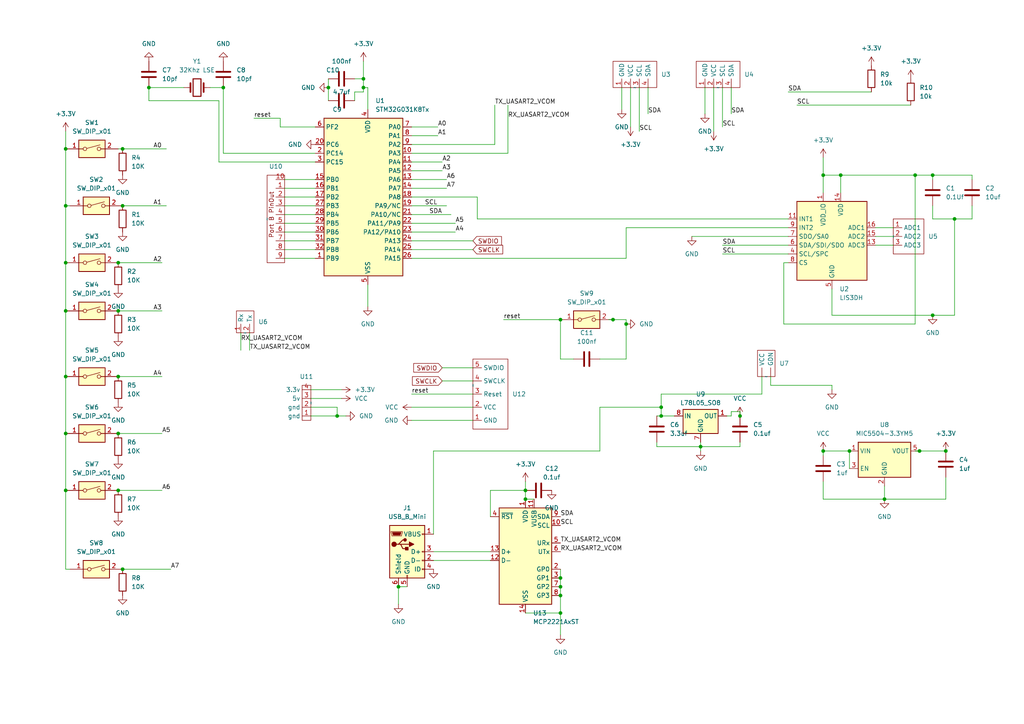
<source format=kicad_sch>
(kicad_sch (version 20230121) (generator eeschema)
  (paper "A4")
  (title_block (title "STM32 Firsst Board") (date "2024-02-26") (rev "0.0.1") (company "NAIT") (comment 1 "Brandon Carpenter"))
  (lib_symbols
    (symbol "Connector:USB_B_Mini" (pin_names (offset 1.016))
      (property "Reference" "J" (at -5.08 11.43 0))
      (property "Value" "USB_B_Mini" (at -5.08 8.89 0))
      (symbol "USB_B_Mini_0_1"
        (rectangle (start -5.08 -7.62) (end 5.08 7.62) (stroke (width 0.254)) (fill (type background)))
        (circle (center -3.81 2.159) (radius 0.635) (stroke (width 0.254)) (fill (type outline)))
        (circle (center -0.635 3.429) (radius 0.381) (stroke (width 0.254)) (fill (type outline)))
        (rectangle (start -0.127 -7.62) (end 0.127 -6.858))
        (polyline (pts (xy -1.905 2.159) (xy 0.635 2.159)) (stroke (width 0.254)))
        (polyline (pts (xy -3.175 2.159) (xy -2.54 2.159) (xy -1.27 3.429) (xy -0.635 3.429)) (stroke (width 0.254)))
        (polyline (pts (xy -2.54 2.159) (xy -1.905 2.159) (xy -1.27 0.889) (xy 0 0.889)) (stroke (width 0.254)))
        (polyline (pts (xy 0.635 2.794) (xy 0.635 1.524) (xy 1.905 2.159) (xy 0.635 2.794)) (stroke (width 0.254)) (fill (type outline)))
        (polyline (pts (xy -4.318 5.588) (xy -1.778 5.588) (xy -2.032 4.826) (xy -4.064 4.826) (xy -4.318 5.588)) (fill (type outline)))
        (polyline (pts (xy -4.699 5.842) (xy -4.699 5.588) (xy -4.445 4.826) (xy -4.445 4.572) (xy -1.651 4.572) (xy -1.651 4.826) (xy -1.397 5.588) (xy -1.397 5.842) (xy -4.699 5.842)))
        (rectangle (start 0.254 1.27) (end -0.508 0.508) (stroke (width 0.254)) (fill (type outline)))
        (rectangle (start 5.08 -5.207) (end 4.318 -4.953))
        (rectangle (start 5.08 -2.667) (end 4.318 -2.413))
        (rectangle (start 5.08 -0.127) (end 4.318 0.127))
        (rectangle (start 5.08 4.953) (end 4.318 5.207))
      )
      (symbol "USB_B_Mini_1_1"
        (pin power_out line (at 7.62 5.08 180) (length 2.54) (name "VBUS") (number "1"))
        (pin bidirectional line (at 7.62 -2.54 180) (length 2.54) (name "D-") (number "2"))
        (pin bidirectional line (at 7.62 0 180) (length 2.54) (name "D+") (number "3"))
        (pin passive line (at 7.62 -5.08 180) (length 2.54) (name "ID") (number "4"))
        (pin power_out line (at 0 -10.16 90) (length 2.54) (name "GND") (number "5"))
        (pin passive line (at -2.54 -10.16 90) (length 2.54) (name "Shield") (number "6"))
      )
    )
    (symbol "Device:C" (pin_numbers hide) (pin_names (offset 0.254))
      (property "Reference" "C" (at 0.635 2.54 0))
      (property "Value" "C" (at 0.635 -2.54 0))
      (symbol "C_0_1"
        (polyline (pts (xy -2.032 -0.762) (xy 2.032 -0.762)) (stroke (width 0.508)))
        (polyline (pts (xy -2.032 0.762) (xy 2.032 0.762)) (stroke (width 0.508)))
      )
      (symbol "C_1_1"
        (pin passive line (at 0 3.81 270) (length 2.794) (name "~") (number "1"))
        (pin passive line (at 0 -3.81 90) (length 2.794) (name "~") (number "2"))
      )
    )
    (symbol "Device:Crystal" (pin_numbers hide) (pin_names (offset 1.016) hide)
      (property "Reference" "Y" (at 0 3.81 0))
      (property "Value" "Crystal" (at 0 -3.81 0))
      (symbol "Crystal_0_1"
        (rectangle (start -1.143 2.54) (end 1.143 -2.54) (stroke (width 0.3048)))
        (polyline (pts (xy -2.54 0) (xy -1.905 0)))
        (polyline (pts (xy -1.905 -1.27) (xy -1.905 1.27)) (stroke (width 0.508)))
        (polyline (pts (xy 1.905 -1.27) (xy 1.905 1.27)) (stroke (width 0.508)))
        (polyline (pts (xy 2.54 0) (xy 1.905 0)))
      )
      (symbol "Crystal_1_1"
        (pin passive line (at -3.81 0 0) (length 1.27) (name "1") (number "1"))
        (pin passive line (at 3.81 0 180) (length 1.27) (name "2") (number "2"))
      )
    )
    (symbol "Device:R" (pin_numbers hide) (pin_names (offset 0))
      (property "Reference" "R" (at 2.032 0 90))
      (property "Value" "R" (at 0 0 90))
      (symbol "R_0_1"
        (rectangle (start -1.016 -2.54) (end 1.016 2.54) (stroke (width 0.254)))
      )
      (symbol "R_1_1"
        (pin passive line (at 0 3.81 270) (length 1.27) (name "~") (number "1"))
        (pin passive line (at 0 -3.81 90) (length 1.27) (name "~") (number "2"))
      )
    )
    (symbol "I2C_4_Pin_THT_PORT_1" (in_bom no)
      (property "Reference" "U" (at 0 0 0))
      (symbol "I2C_4_Pin_THT_PORT_1_0_1"
        (rectangle (start -6.35 7.62) (end 6.35 0))
      )
      (symbol "I2C_4_Pin_THT_PORT_1_1_1"
        (pin input line (at -3.81 0 90) (length 2.54) (name "GND") (number "1"))
        (pin input line (at -1.27 0 90) (length 2.54) (name "VCC") (number "2"))
        (pin input line (at 1.27 0 90) (length 2.54) (name "SCL") (number "3"))
        (pin input line (at 3.81 0 90) (length 2.54) (name "SDA") (number "4"))
      )
    )
    (symbol "Interface_USB:MCP2221AxST"
      (property "Reference" "U" (at -7.62 16.51 0))
      (property "Value" "MCP2221AxST" (at 12.7 16.51 0))
      (symbol "MCP2221AxST_0_1"
        (rectangle (start -7.62 15.24) (end 7.62 -12.7) (stroke (width 0.254)) (fill (type background)))
      )
      (symbol "MCP2221AxST_1_1"
        (pin power_in line (at 0 17.78 270) (length 2.54) (name "VDD") (number "1"))
        (pin bidirectional line (at 10.16 10.16 180) (length 2.54) (name "SCL") (number "10"))
        (pin passive line (at 2.54 17.78 270) (length 2.54) (name "VUSB") (number "11"))
        (pin bidirectional line (at -10.16 0 0) (length 2.54) (name "D-") (number "12"))
        (pin bidirectional line (at -10.16 2.54 0) (length 2.54) (name "D+") (number "13"))
        (pin power_in line (at 0 -15.24 90) (length 2.54) (name "VSS") (number "14"))
        (pin bidirectional line (at 10.16 -2.54 180) (length 2.54) (name "GP0") (number "2"))
        (pin bidirectional line (at 10.16 -5.08 180) (length 2.54) (name "GP1") (number "3"))
        (pin input line (at -10.16 12.7 0) (length 2.54) (name "~{RST}") (number "4"))
        (pin input line (at 10.16 5.08 180) (length 2.54) (name "URx") (number "5"))
        (pin output line (at 10.16 2.54 180) (length 2.54) (name "UTx") (number "6"))
        (pin bidirectional line (at 10.16 -7.62 180) (length 2.54) (name "GP2") (number "7"))
        (pin bidirectional line (at 10.16 -10.16 180) (length 2.54) (name "GP3") (number "8"))
        (pin bidirectional line (at 10.16 12.7 180) (length 2.54) (name "SDA") (number "9"))
      )
    )
    (symbol "MCU_ST_STM32G0:STM32G031K8Tx"
      (property "Reference" "U" (at -10.16 24.13 0))
      (property "Value" "STM32G031K8Tx" (at 5.08 24.13 0))
      (symbol "STM32G031K8Tx_0_1"
        (rectangle (start -10.16 -22.86) (end 12.7 22.86) (stroke (width 0.254)) (fill (type background)))
      )
      (symbol "STM32G031K8Tx_1_1"
        (pin bidirectional line (at -12.7 -17.78 0) (length 2.54) (name "PB9") (number "1"))
        (pin bidirectional line (at 15.24 12.7 180) (length 2.54) (name "PA3") (number "10"))
        (pin bidirectional line (at 15.24 10.16 180) (length 2.54) (name "PA4") (number "11"))
        (pin bidirectional line (at 15.24 7.62 180) (length 2.54) (name "PA5") (number "12"))
        (pin bidirectional line (at 15.24 5.08 180) (length 2.54) (name "PA6") (number "13"))
        (pin bidirectional line (at 15.24 2.54 180) (length 2.54) (name "PA7") (number "14"))
        (pin bidirectional line (at -12.7 5.08 0) (length 2.54) (name "PB0") (number "15"))
        (pin bidirectional line (at -12.7 2.54 0) (length 2.54) (name "PB1") (number "16"))
        (pin bidirectional line (at -12.7 0 0) (length 2.54) (name "PB2") (number "17"))
        (pin bidirectional line (at 15.24 0 180) (length 2.54) (name "PA8") (number "18"))
        (pin bidirectional line (at 15.24 -2.54 180) (length 2.54) (name "PA9/NC") (number "19"))
        (pin bidirectional line (at -12.7 12.7 0) (length 2.54) (name "PC14") (number "2"))
        (pin bidirectional line (at -12.7 15.24 0) (length 2.54) (name "PC6") (number "20"))
        (pin bidirectional line (at 15.24 -5.08 180) (length 2.54) (name "PA10/NC") (number "21"))
        (pin bidirectional line (at 15.24 -7.62 180) (length 2.54) (name "PA11/PA9") (number "22"))
        (pin bidirectional line (at 15.24 -10.16 180) (length 2.54) (name "PA12/PA10") (number "23"))
        (pin bidirectional line (at 15.24 -12.7 180) (length 2.54) (name "PA13") (number "24"))
        (pin bidirectional line (at 15.24 -15.24 180) (length 2.54) (name "PA14") (number "25"))
        (pin bidirectional line (at 15.24 -17.78 180) (length 2.54) (name "PA15") (number "26"))
        (pin bidirectional line (at -12.7 -2.54 0) (length 2.54) (name "PB3") (number "27"))
        (pin bidirectional line (at -12.7 -5.08 0) (length 2.54) (name "PB4") (number "28"))
        (pin bidirectional line (at -12.7 -7.62 0) (length 2.54) (name "PB5") (number "29"))
        (pin bidirectional line (at -12.7 10.16 0) (length 2.54) (name "PC15") (number "3"))
        (pin bidirectional line (at -12.7 -10.16 0) (length 2.54) (name "PB6") (number "30"))
        (pin bidirectional line (at -12.7 -12.7 0) (length 2.54) (name "PB7") (number "31"))
        (pin bidirectional line (at -12.7 -15.24 0) (length 2.54) (name "PB8") (number "32"))
        (pin power_in line (at 2.54 25.4 270) (length 2.54) (name "VDD") (number "4"))
        (pin power_in line (at 2.54 -25.4 90) (length 2.54) (name "VSS") (number "5"))
        (pin bidirectional line (at -12.7 20.32 0) (length 2.54) (name "PF2") (number "6"))
        (pin bidirectional line (at 15.24 20.32 180) (length 2.54) (name "PA0") (number "7"))
        (pin bidirectional line (at 15.24 17.78 180) (length 2.54) (name "PA1") (number "8"))
        (pin bidirectional line (at 15.24 15.24 180) (length 2.54) (name "PA2") (number "9"))
      )
    )
    (symbol "Regulator_Linear:L78L05_SO8" (pin_names (offset 0.254))
      (property "Reference" "U" (at -3.81 3.175 0))
      (property "Value" "L78L05_SO8" (at 0 3.175 0))
      (symbol "L78L05_SO8_0_1"
        (rectangle (start -5.08 1.905) (end 5.08 -5.08) (stroke (width 0.254)) (fill (type background)))
      )
      (symbol "L78L05_SO8_1_1"
        (pin power_out line (at 7.62 0 180) (length 2.54) (name "OUT") (number "1"))
        (pin passive line (at 0 -7.62 90) (length 2.54) hide (name "GND") (number "2"))
        (pin passive line (at 0 -7.62 90) (length 2.54) hide (name "GND") (number "3"))
        (pin no_connect line (at -5.08 -2.54 0) (length 2.54) hide (name "NC") (number "4"))
        (pin no_connect line (at 5.08 -2.54 180) (length 2.54) hide (name "NC") (number "5"))
        (pin passive line (at 0 -7.62 90) (length 2.54) hide (name "GND") (number "6"))
        (pin power_in line (at 0 -7.62 90) (length 2.54) (name "GND") (number "7"))
        (pin power_in line (at -7.62 0 0) (length 2.54) (name "IN") (number "8"))
      )
    )
    (symbol "Regulator_Linear:MIC5504-3.3YM5"
      (property "Reference" "U" (at -7.62 8.89 0))
      (property "Value" "MIC5504-3.3YM5" (at -7.62 6.35 0))
      (symbol "MIC5504-3.3YM5_0_1"
        (rectangle (start -7.62 -5.08) (end 7.62 5.08) (stroke (width 0.254)) (fill (type background)))
      )
      (symbol "MIC5504-3.3YM5_1_1"
        (pin power_in line (at -10.16 2.54 0) (length 2.54) (name "VIN") (number "1"))
        (pin power_in line (at 0 -7.62 90) (length 2.54) (name "GND") (number "2"))
        (pin input line (at -10.16 -2.54 0) (length 2.54) (name "EN") (number "3"))
        (pin no_connect line (at 7.62 -2.54 180) (length 2.54) hide (name "NC") (number "4"))
        (pin power_out line (at 10.16 2.54 180) (length 2.54) (name "VOUT") (number "5"))
      )
    )
    (symbol "Sensor_Motion:LIS3DH"
      (property "Reference" "U" (at -7.62 11.43 0))
      (property "Value" "LIS3DH" (at 6.35 11.43 0))
      (symbol "LIS3DH_0_1"
        (rectangle (start -10.16 10.16) (end 10.16 -12.7) (stroke (width 0.254)) (fill (type background)))
      )
      (symbol "LIS3DH_1_1"
        (pin power_in line (at -2.54 12.7 270) (length 2.54) (name "VDD_IO") (number "1"))
        (pin passive line (at 0 -15.24 90) (length 2.54) hide (name "GND") (number "10"))
        (pin output line (at -12.7 5.08 0) (length 2.54) (name "INT1") (number "11"))
        (pin passive line (at 0 -15.24 90) (length 2.54) hide (name "GND") (number "12"))
        (pin input line (at 12.7 -2.54 180) (length 2.54) (name "ADC3") (number "13"))
        (pin power_in line (at 2.54 12.7 270) (length 2.54) (name "VDD") (number "14"))
        (pin input line (at 12.7 0 180) (length 2.54) (name "ADC2") (number "15"))
        (pin input line (at 12.7 2.54 180) (length 2.54) (name "ADC1") (number "16"))
        (pin no_connect line (at 10.16 5.08 180) (length 2.54) hide (name "NC") (number "2"))
        (pin no_connect line (at 10.16 7.62 180) (length 2.54) hide (name "NC") (number "3"))
        (pin input line (at -12.7 -5.08 0) (length 2.54) (name "SCL/SPC") (number "4"))
        (pin power_in line (at 0 -15.24 90) (length 2.54) (name "GND") (number "5"))
        (pin bidirectional line (at -12.7 -2.54 0) (length 2.54) (name "SDA/SDI/SDO") (number "6"))
        (pin bidirectional line (at -12.7 0 0) (length 2.54) (name "SDO/SA0") (number "7"))
        (pin input line (at -12.7 -7.62 0) (length 2.54) (name "CS") (number "8"))
        (pin output line (at -12.7 2.54 0) (length 2.54) (name "INT2") (number "9"))
      )
    )
    (symbol "Switch:SW_DIP_x01" (pin_names (offset 0) hide)
      (property "Reference" "SW" (at 0 3.81 0))
      (property "Value" "SW_DIP_x01" (at 0 -3.81 0))
      (symbol "SW_DIP_x01_0_0"
        (circle (center -2.032 0) (radius 0.508))
        (polyline (pts (xy -1.524 0.127) (xy 2.3622 1.1684)))
        (circle (center 2.032 0) (radius 0.508))
      )
      (symbol "SW_DIP_x01_0_1"
        (rectangle (start -3.81 2.54) (end 3.81 -2.54) (stroke (width 0.254)) (fill (type background)))
      )
      (symbol "SW_DIP_x01_1_1"
        (pin passive line (at -7.62 0 0) (length 5.08) (name "~") (number "1"))
        (pin passive line (at 7.62 0 180) (length 5.08) (name "~") (number "2"))
      )
    )
    (symbol "custom:ADC_3_th_conector"
      (property "Reference" "U" (at 0 0 0))
      (symbol "ADC_3_th_conector_0_1"
        (rectangle (start -5.08 8.89) (end 5.08 0))
      )
      (symbol "ADC_3_th_conector_1_1"
        (pin output line (at -2.54 0 90) (length 2.54) (name "ADC1") (number "1"))
        (pin output line (at 0 0 90) (length 2.54) (name "ADC2") (number "2"))
        (pin output line (at 2.54 0 90) (length 2.54) (name "ADC3") (number "3"))
      )
    )
    (symbol "custom:I2C_4_Pin_THT_PORT" (in_bom no)
      (property "Reference" "U" (at 0 0 0))
      (symbol "I2C_4_Pin_THT_PORT_0_1"
        (rectangle (start -6.35 7.62) (end 6.35 0))
      )
      (symbol "I2C_4_Pin_THT_PORT_1_1"
        (pin input line (at -3.81 0 90) (length 2.54) (name "GND") (number "1"))
        (pin input line (at -1.27 0 90) (length 2.54) (name "VCC") (number "2"))
        (pin input line (at 1.27 0 90) (length 2.54) (name "SCL") (number "3"))
        (pin input line (at 3.81 0 90) (length 2.54) (name "SDA") (number "4"))
      )
    )
    (symbol "custom:PortB_PinOut" (pin_names hide)
      (property "Reference" "U" (at 0 0 0))
      (symbol "PortB_PinOut_0_1"
        (rectangle (start -12.7 5.08) (end 12.7 0))
      )
      (symbol "PortB_PinOut_1_1"
        (text "Port B PinOut" (at -1.27 1.27 0) (effects (font (size 1.27 1.27))))
        (pin input line (at -8.89 5.08 270) (length 2.54) (name "PB_1") (number "1"))
        (pin input line (at -11.43 5.08 270) (length 2.54) (name "PB_0") (number "10"))
        (pin input line (at -6.35 5.08 270) (length 2.54) (name "PB_2") (number "2"))
        (pin input line (at -3.81 5.08 270) (length 2.54) (name "PB_3") (number "3"))
        (pin input line (at -1.27 5.08 270) (length 2.54) (name "PB_4") (number "4"))
        (pin input line (at 1.27 5.08 270) (length 2.54) (name "PB_5") (number "5"))
        (pin input line (at 3.81 5.08 270) (length 2.54) (name "PB_6") (number "6"))
        (pin input line (at 6.35 5.08 270) (length 2.54) (name "PB_7") (number "7"))
        (pin input line (at 8.89 5.08 270) (length 2.54) (name "PB_8") (number "8"))
        (pin input line (at 11.43 5.08 270) (length 2.54) (name "PB_9") (number "9"))
      )
    )
    (symbol "custom:STM32_PROG"
      (property "Reference" "U" (at 0 0 0))
      (symbol "STM32_PROG_0_1"
        (rectangle (start -7.62 10.16) (end 12.7 0))
      )
      (symbol "STM32_PROG_1_1"
        (pin power_in line (at 10.16 0 90) (length 2.54) (name "GND") (number "1"))
        (pin power_in line (at 6.35 0 90) (length 2.54) (name "VCC") (number "2"))
        (pin bidirectional line (at 2.54 0 90) (length 2.54) (name "Reset") (number "3"))
        (pin bidirectional line (at -1.27 0 90) (length 2.54) (name "SWCLK") (number "4"))
        (pin bidirectional line (at -5.08 0 90) (length 2.54) (name "SWDIO") (number "5"))
      )
    )
    (symbol "custom:Serial_Conecter_th"
      (property "Reference" "U" (at 0 0 0))
      (symbol "Serial_Conecter_th_0_1"
        (rectangle (start -2.54 6.35) (end 2.54 0))
      )
      (symbol "Serial_Conecter_th_1_1"
        (pin input line (at -1.27 0 90) (length 2.54) (name "Rx") (number "1"))
        (pin input line (at 1.27 0 90) (length 2.54) (name "Tx") (number "2"))
      )
    )
    (symbol "custom:gndnPower"
      (property "Reference" "U" (at 0 2.54 0))
      (symbol "gndnPower_0_1"
        (rectangle (start -5.08 2.54) (end 5.08 0))
      )
      (symbol "gndnPower_1_1"
        (pin input line (at -3.81 0 90) (length 2.54) (name "gnd") (number "1"))
        (pin input line (at -1.27 0 90) (length 2.54) (name "gnd") (number "2"))
        (pin input line (at 1.27 0 90) (length 2.54) (name "5v") (number "3"))
        (pin input line (at 3.81 0 90) (length 2.54) (name "3.3v") (number "4"))
      )
    )
    (symbol "custom:power_2_th" (pin_numbers hide)
      (property "Reference" "U" (at 0 0 0))
      (symbol "power_2_th_0_1"
        (rectangle (start -2.54 7.62) (end 2.54 0))
      )
      (symbol "power_2_th_1_1"
        (pin power_out line (at -1.27 0 90) (length 2.54) (name "VCC") (number "1"))
        (pin power_in line (at 1.27 0 90) (length 2.54) (name "GDN") (number "2"))
      )
    )
    (symbol "power:+3.3V" (power) (pin_names (offset 0))
      (property "Value" "+3.3V" (at 0 3.556 0))
      (symbol "+3.3V_0_1"
        (polyline (pts (xy -0.762 1.27) (xy 0 2.54)))
        (polyline (pts (xy 0 0) (xy 0 2.54)))
        (polyline (pts (xy 0 2.54) (xy 0.762 1.27)))
      )
      (symbol "+3.3V_1_1"
        (pin power_in line (at 0 0 90) (length 0) hide (name "+3.3V") (number "1"))
      )
    )
    (symbol "power:GND" (power) (pin_names (offset 0))
      (property "Value" "GND" (at 0 -3.81 0))
      (symbol "GND_0_1"
        (polyline (pts (xy 0 0) (xy 0 -1.27) (xy 1.27 -1.27) (xy 0 -2.54) (xy -1.27 -1.27) (xy 0 -1.27)))
      )
      (symbol "GND_1_1"
        (pin power_in line (at 0 0 270) (length 0) hide (name "GND") (number "1"))
      )
    )
    (symbol "power:VCC" (power) (pin_names (offset 0))
      (property "Value" "VCC" (at 0 3.81 0))
      (symbol "VCC_0_1"
        (polyline (pts (xy -0.762 1.27) (xy 0 2.54)))
        (polyline (pts (xy 0 0) (xy 0 2.54)))
        (polyline (pts (xy 0 2.54) (xy 0.762 1.27)))
      )
      (symbol "VCC_1_1"
        (pin power_in line (at 0 0 90) (length 0) hide (name "VCC") (number "1"))
      )
    )
  )
  (junction (at 34.29 125.73))
  (junction (at 162.56 172.72))
  (junction (at 246.38 130.81))
  (junction (at 256.54 144.78))
  (junction (at 19.05 125.73))
  (junction (at 19.05 76.2))
  (junction (at 19.05 109.22))
  (junction (at 162.56 92.71))
  (junction (at 35.56 59.69))
  (junction (at 43.18 25.4))
  (junction (at 266.7 130.81))
  (junction (at 270.51 50.8))
  (junction (at 162.56 170.18))
  (junction (at 238.76 130.81))
  (junction (at 34.29 90.17))
  (junction (at 34.29 109.22))
  (junction (at 34.29 76.2))
  (junction (at 191.77 120.65))
  (junction (at 115.57 170.18))
  (junction (at 274.32 130.81))
  (junction (at 152.4 142.24))
  (junction (at 270.51 91.44))
  (junction (at 34.29 142.24))
  (junction (at 214.63 120.65))
  (junction (at 35.56 165.1))
  (junction (at 152.4 144.78))
  (junction (at 97.79 120.65))
  (junction (at 162.56 167.64))
  (junction (at 243.84 50.8))
  (junction (at 19.05 90.17))
  (junction (at 265.43 50.8))
  (junction (at 203.2 129.54))
  (junction (at 35.56 43.18))
  (junction (at 191.77 118.11))
  (junction (at 19.05 142.24))
  (junction (at 64.77 25.4))
  (junction (at 19.05 43.18))
  (junction (at 19.05 59.69))
  (junction (at 181.61 93.98))
  (junction (at 105.41 22.86))
  (junction (at 95.25 25.4))
  (junction (at 238.76 50.8))
  (junction (at 276.86 63.5))
  (junction (at 177.8 92.71))
  (junction (at 105.41 25.4))
  (junction (at 162.56 177.8))
  (wire (pts (xy 90.17 120.65) (xy 97.79 120.65)))
  (wire (pts (xy 270.51 50.8) (xy 281.94 50.8)))
  (wire (pts (xy 63.5 29.21) (xy 43.18 29.21)))
  (wire (pts (xy 152.4 144.78) (xy 154.94 144.78)))
  (wire (pts (xy 91.44 46.99) (xy 63.5 46.99)))
  (wire (pts (xy 220.98 109.22) (xy 220.98 114.3)))
  (wire (pts (xy 214.63 129.54) (xy 203.2 129.54)))
  (wire (pts (xy 162.56 104.14) (xy 162.56 92.71)))
  (wire (pts (xy 254 66.04) (xy 259.08 66.04)))
  (wire (pts (xy 119.38 118.11) (xy 137.16 118.11)))
  (wire (pts (xy 105.41 17.78) (xy 105.41 22.86)))
  (wire (pts (xy 119.38 121.92) (xy 137.16 121.92)))
  (wire (pts (xy 227.33 93.98) (xy 227.33 76.2)))
  (wire (pts (xy 173.99 104.14) (xy 181.61 104.14)))
  (wire (pts (xy 90.17 115.57) (xy 99.06 115.57)))
  (wire (pts (xy 119.38 64.77) (xy 132.08 64.77)))
  (wire (pts (xy 190.5 128.27) (xy 190.5 129.54)))
  (wire (pts (xy 238.76 130.81) (xy 246.38 130.81)))
  (wire (pts (xy 19.05 43.18) (xy 19.05 59.69)))
  (wire (pts (xy 91.44 44.45) (xy 64.77 44.45)))
  (wire (pts (xy 181.61 66.04) (xy 181.61 74.93)))
  (wire (pts (xy 162.56 170.18) (xy 162.56 172.72)))
  (wire (pts (xy 212.09 25.4) (xy 212.09 33.02)))
  (wire (pts (xy 203.2 129.54) (xy 203.2 130.81)))
  (wire (pts (xy 152.4 142.24) (xy 152.4 144.78)))
  (wire (pts (xy 34.29 43.18) (xy 35.56 43.18)))
  (wire (pts (xy 209.55 25.4) (xy 209.55 36.83)))
  (wire (pts (xy 270.51 63.5) (xy 276.86 63.5)))
  (wire (pts (xy 34.29 76.2) (xy 46.99 76.2)))
  (wire (pts (xy 106.68 31.75) (xy 106.68 25.4)))
  (wire (pts (xy 254 71.12) (xy 259.08 71.12)))
  (wire (pts (xy 182.88 36.83) (xy 182.88 25.4)))
  (wire (pts (xy 125.73 130.81) (xy 173.99 130.81)))
  (wire (pts (xy 53.34 25.4) (xy 43.18 25.4)))
  (wire (pts (xy 105.41 22.86) (xy 105.41 25.4)))
  (wire (pts (xy 119.38 52.07) (xy 129.54 52.07)))
  (wire (pts (xy 214.63 128.27) (xy 214.63 129.54)))
  (wire (pts (xy 241.3 91.44) (xy 241.3 83.82)))
  (wire (pts (xy 254 68.58) (xy 259.08 68.58)))
  (wire (pts (xy 238.76 132.08) (xy 238.76 130.81)))
  (wire (pts (xy 173.99 130.81) (xy 173.99 118.11)))
  (wire (pts (xy 209.55 73.66) (xy 228.6 73.66)))
  (wire (pts (xy 204.47 25.4) (xy 204.47 33.02)))
  (wire (pts (xy 143.51 30.48) (xy 143.51 41.91)))
  (wire (pts (xy 243.84 50.8) (xy 265.43 50.8)))
  (wire (pts (xy 82.55 69.85) (xy 91.44 69.85)))
  (wire (pts (xy 228.6 66.04) (xy 181.61 66.04)))
  (wire (pts (xy 265.43 50.8) (xy 270.51 50.8)))
  (wire (pts (xy 63.5 46.99) (xy 63.5 29.21)))
  (wire (pts (xy 162.56 165.1) (xy 162.56 167.64)))
  (wire (pts (xy 119.38 41.91) (xy 143.51 41.91)))
  (wire (pts (xy 125.73 162.56) (xy 142.24 162.56)))
  (wire (pts (xy 223.52 111.76) (xy 241.3 111.76)))
  (wire (pts (xy 181.61 104.14) (xy 181.61 93.98)))
  (wire (pts (xy 270.51 59.69) (xy 270.51 63.5)))
  (wire (pts (xy 266.7 130.81) (xy 274.32 130.81)))
  (wire (pts (xy 181.61 93.98) (xy 181.61 92.71)))
  (wire (pts (xy 102.87 29.21) (xy 102.87 26.67)))
  (wire (pts (xy 180.34 25.4) (xy 180.34 31.75)))
  (wire (pts (xy 35.56 59.69) (xy 48.26 59.69)))
  (wire (pts (xy 162.56 172.72) (xy 162.56 177.8)))
  (wire (pts (xy 72.39 96.52) (xy 72.39 101.6)))
  (wire (pts (xy 34.29 109.22) (xy 46.99 109.22)))
  (wire (pts (xy 34.29 125.73) (xy 46.99 125.73)))
  (wire (pts (xy 238.76 139.7) (xy 238.76 144.78)))
  (wire (pts (xy 119.38 59.69) (xy 129.54 59.69)))
  (wire (pts (xy 19.05 38.1) (xy 19.05 43.18)))
  (wire (pts (xy 241.3 113.03) (xy 241.3 111.76)))
  (wire (pts (xy 19.05 59.69) (xy 19.05 76.2)))
  (wire (pts (xy 95.25 25.4) (xy 95.25 29.21)))
  (wire (pts (xy 119.38 44.45) (xy 147.32 44.45)))
  (wire (pts (xy 281.94 50.8) (xy 281.94 52.07)))
  (wire (pts (xy 125.73 130.81) (xy 125.73 154.94)))
  (wire (pts (xy 223.52 109.22) (xy 223.52 111.76)))
  (wire (pts (xy 119.38 39.37) (xy 127 39.37)))
  (wire (pts (xy 138.43 63.5) (xy 138.43 57.15)))
  (wire (pts (xy 191.77 118.11) (xy 191.77 120.65)))
  (wire (pts (xy 106.68 82.55) (xy 106.68 88.9)))
  (wire (pts (xy 106.68 25.4) (xy 105.41 25.4)))
  (wire (pts (xy 82.55 52.07) (xy 91.44 52.07)))
  (wire (pts (xy 90.17 118.11) (xy 97.79 118.11)))
  (wire (pts (xy 191.77 114.3) (xy 220.98 114.3)))
  (wire (pts (xy 19.05 142.24) (xy 19.05 165.1)))
  (wire (pts (xy 256.54 140.97) (xy 256.54 144.78)))
  (wire (pts (xy 281.94 63.5) (xy 276.86 63.5)))
  (wire (pts (xy 191.77 120.65) (xy 195.58 120.65)))
  (wire (pts (xy 238.76 144.78) (xy 256.54 144.78)))
  (wire (pts (xy 119.38 54.61) (xy 129.54 54.61)))
  (wire (pts (xy 73.66 34.29) (xy 81.28 34.29)))
  (wire (pts (xy 200.66 68.58) (xy 228.6 68.58)))
  (wire (pts (xy 243.84 50.8) (xy 238.76 50.8)))
  (wire (pts (xy 119.38 69.85) (xy 137.16 69.85)))
  (wire (pts (xy 20.32 165.1) (xy 19.05 165.1)))
  (wire (pts (xy 265.43 130.81) (xy 266.7 130.81)))
  (wire (pts (xy 102.87 26.67) (xy 105.41 26.67)))
  (wire (pts (xy 210.82 120.65) (xy 212.09 120.65)))
  (wire (pts (xy 19.05 109.22) (xy 19.05 125.73)))
  (wire (pts (xy 64.77 44.45) (xy 64.77 25.4)))
  (wire (pts (xy 246.38 135.89) (xy 246.38 130.81)))
  (wire (pts (xy 82.55 54.61) (xy 91.44 54.61)))
  (wire (pts (xy 82.55 72.39) (xy 91.44 72.39)))
  (wire (pts (xy 97.79 120.65) (xy 100.33 120.65)))
  (wire (pts (xy 173.99 118.11) (xy 191.77 118.11)))
  (wire (pts (xy 91.44 36.83) (xy 81.28 36.83)))
  (wire (pts (xy 43.18 25.4) (xy 43.18 29.21)))
  (wire (pts (xy 34.29 90.17) (xy 46.99 90.17)))
  (wire (pts (xy 95.25 22.86) (xy 95.25 25.4)))
  (wire (pts (xy 227.33 76.2) (xy 228.6 76.2)))
  (wire (pts (xy 212.09 119.38) (xy 214.63 119.38)))
  (wire (pts (xy 119.38 49.53) (xy 128.27 49.53)))
  (wire (pts (xy 228.6 26.67) (xy 252.73 26.67)))
  (wire (pts (xy 177.8 92.71) (xy 181.61 92.71)))
  (wire (pts (xy 119.38 114.3) (xy 137.16 114.3)))
  (wire (pts (xy 231.14 30.48) (xy 264.16 30.48)))
  (wire (pts (xy 146.05 92.71) (xy 162.56 92.71)))
  (wire (pts (xy 238.76 50.8) (xy 238.76 55.88)))
  (wire (pts (xy 35.56 165.1) (xy 49.53 165.1)))
  (wire (pts (xy 128.27 110.49) (xy 137.16 110.49)))
  (wire (pts (xy 19.05 90.17) (xy 19.05 109.22)))
  (wire (pts (xy 119.38 72.39) (xy 137.16 72.39)))
  (wire (pts (xy 187.96 25.4) (xy 187.96 33.02)))
  (wire (pts (xy 138.43 63.5) (xy 228.6 63.5)))
  (wire (pts (xy 176.53 92.71) (xy 177.8 92.71)))
  (wire (pts (xy 82.55 57.15) (xy 91.44 57.15)))
  (wire (pts (xy 281.94 59.69) (xy 281.94 63.5)))
  (wire (pts (xy 60.96 25.4) (xy 64.77 25.4)))
  (wire (pts (xy 82.55 67.31) (xy 91.44 67.31)))
  (wire (pts (xy 238.76 45.72) (xy 238.76 50.8)))
  (wire (pts (xy 81.28 36.83) (xy 81.28 34.29)))
  (wire (pts (xy 119.38 62.23) (xy 130.81 62.23)))
  (wire (pts (xy 115.57 170.18) (xy 118.11 170.18)))
  (wire (pts (xy 152.4 139.7) (xy 152.4 142.24)))
  (wire (pts (xy 191.77 114.3) (xy 191.77 118.11)))
  (wire (pts (xy 162.56 167.64) (xy 162.56 170.18)))
  (wire (pts (xy 119.38 46.99) (xy 128.27 46.99)))
  (wire (pts (xy 214.63 120.65) (xy 214.63 119.38)))
  (wire (pts (xy 265.43 50.8) (xy 265.43 93.98)))
  (wire (pts (xy 142.24 142.24) (xy 152.4 142.24)))
  (wire (pts (xy 115.57 170.18) (xy 115.57 175.26)))
  (wire (pts (xy 227.33 93.98) (xy 265.43 93.98)))
  (wire (pts (xy 190.5 120.65) (xy 191.77 120.65)))
  (wire (pts (xy 142.24 149.86) (xy 142.24 142.24)))
  (wire (pts (xy 209.55 71.12) (xy 228.6 71.12)))
  (wire (pts (xy 270.51 91.44) (xy 241.3 91.44)))
  (wire (pts (xy 152.4 177.8) (xy 162.56 177.8)))
  (wire (pts (xy 20.32 59.69) (xy 19.05 59.69)))
  (wire (pts (xy 34.29 142.24) (xy 46.99 142.24)))
  (wire (pts (xy 105.41 26.67) (xy 105.41 25.4)))
  (wire (pts (xy 82.55 62.23) (xy 91.44 62.23)))
  (wire (pts (xy 82.55 74.93) (xy 91.44 74.93)))
  (wire (pts (xy 276.86 91.44) (xy 270.51 91.44)))
  (wire (pts (xy 142.24 160.02) (xy 125.73 160.02)))
  (wire (pts (xy 276.86 63.5) (xy 276.86 91.44)))
  (wire (pts (xy 19.05 76.2) (xy 19.05 90.17)))
  (wire (pts (xy 82.55 64.77) (xy 91.44 64.77)))
  (wire (pts (xy 82.55 59.69) (xy 91.44 59.69)))
  (wire (pts (xy 97.79 118.11) (xy 97.79 120.65)))
  (wire (pts (xy 19.05 125.73) (xy 19.05 142.24)))
  (wire (pts (xy 162.56 177.8) (xy 162.56 184.15)))
  (wire (pts (xy 35.56 43.18) (xy 48.26 43.18)))
  (wire (pts (xy 102.87 22.86) (xy 105.41 22.86)))
  (wire (pts (xy 203.2 129.54) (xy 190.5 129.54)))
  (wire (pts (xy 212.09 120.65) (xy 212.09 119.38)))
  (wire (pts (xy 119.38 67.31) (xy 132.08 67.31)))
  (wire (pts (xy 138.43 57.15) (xy 119.38 57.15)))
  (wire (pts (xy 90.17 113.03) (xy 99.06 113.03)))
  (wire (pts (xy 69.85 96.52) (xy 69.85 101.6)))
  (wire (pts (xy 181.61 74.93) (xy 119.38 74.93)))
  (wire (pts (xy 166.37 104.14) (xy 162.56 104.14)))
  (wire (pts (xy 274.32 144.78) (xy 274.32 138.43)))
  (wire (pts (xy 256.54 144.78) (xy 274.32 144.78)))
  (wire (pts (xy 203.2 129.54) (xy 203.2 128.27)))
  (wire (pts (xy 128.27 106.68) (xy 137.16 106.68)))
  (wire (pts (xy 243.84 50.8) (xy 243.84 55.88)))
  (wire (pts (xy 147.32 30.48) (xy 147.32 44.45)))
  (wire (pts (xy 119.38 36.83) (xy 127 36.83)))
  (wire (pts (xy 270.51 50.8) (xy 270.51 52.07)))
  (wire (pts (xy 207.01 25.4) (xy 207.01 38.1)))
  (wire (pts (xy 185.42 25.4) (xy 185.42 38.1)))
  (label "RX_UASART2_VCOM" (at 69.85 99.06 0))
  (label "A5" (at 132.08 64.77 0))
  (label "SDA" (at 162.56 149.86 0))
  (label "SCL" (at 162.56 152.4 0))
  (label "TX_UASART2_VCOM" (at 162.56 157.48 0))
  (label "A6" (at 129.54 52.07 0))
  (label "SCL" (at 123.19 59.69 0))
  (label "A4" (at 44.45 109.22 0))
  (label "reset" (at 146.05 92.71 0))
  (label "A7" (at 49.53 165.1 0))
  (label "RX_UASART2_VCOM" (at 162.56 160.02 0))
  (label "A2" (at 44.45 76.2 0))
  (label "reset" (at 73.66 34.29 0))
  (label "SCL" (at 185.42 38.1 0))
  (label "A0" (at 44.45 43.18 0))
  (label "A0" (at 127 36.83 0))
  (label "SDA" (at 187.96 33.02 0))
  (label "A2" (at 128.27 46.99 0))
  (label "A4" (at 132.08 67.31 0))
  (label "SDA" (at 228.6 26.67 0))
  (label "A1" (at 44.45 59.69 0))
  (label "A5" (at 46.99 125.73 0))
  (label "TX_UASART2_VCOM" (at 143.51 30.48 0))
  (label "A3" (at 128.27 49.53 0))
  (label "SDA" (at 209.55 71.12 0))
  (label "A1" (at 127 39.37 0))
  (label "A6" (at 46.99 142.24 0))
  (label "RX_UASART2_VCOM" (at 147.32 34.29 0))
  (label "SCL" (at 209.55 36.83 0))
  (label "TX_UASART2_VCOM" (at 72.39 101.6 0))
  (label "reset" (at 119.38 114.3 0))
  (label "SCL" (at 209.55 73.66 0))
  (label "SDA" (at 124.46 62.23 0))
  (label "SDA" (at 212.09 33.02 0))
  (label "A3" (at 44.45 90.17 0))
  (label "A7" (at 129.54 54.61 0))
  (label "SCL" (at 231.14 30.48 0))
  (global_label "SWDIO" (shape input) (at 128.27 106.68 180) (property "Intersheetrefs" "${INTERSHEET_REFS}" (effects hide)))
  (global_label "SWDIO" (shape input) (at 137.16 69.85 0) (property "Intersheetrefs" "${INTERSHEET_REFS}" (effects hide)))
  (global_label "SWCLK" (shape input) (at 128.27 110.49 180) (property "Intersheetrefs" "${INTERSHEET_REFS}" (effects hide)))
  (global_label "SWCLK" (shape input) (at 137.16 72.39 0) (property "Intersheetrefs" "${INTERSHEET_REFS}" (effects hide)))
  (symbol (lib_id "Switch:SW_DIP_x01") (at 26.67 125.73 0) (unit 1)
    (property "Reference" "SW6" (at 26.67 118.11 0))
    (property "Value" "SW_DIP_x01" (at 26.67 120.65 0))
    (property "Footprint" "Button_Switch_THT:SW_PUSH_6mm" (effects hide))
  )
  (symbol (lib_id "Switch:SW_DIP_x01") (at 26.67 109.22 0) (unit 1)
    (property "Reference" "SW5" (at 26.67 101.6 0))
    (property "Value" "SW_DIP_x01" (at 26.67 104.14 0))
    (property "Footprint" "Button_Switch_THT:SW_PUSH_6mm" (effects hide))
  )
  (symbol (lib_id "power:GND") (at 270.51 91.44 0) (unit 1)
    (property "Reference" "#PWR03" (effects hide))
    (property "Value" "GND" (at 270.51 96.52 0))
  )
  (symbol (lib_id "power:GND") (at 35.56 172.72 0) (unit 1)
    (property "Reference" "#PWR012" (effects hide))
    (property "Value" "GND" (at 35.56 177.8 0))
  )
  (symbol (lib_id "power:GND") (at 115.57 175.26 0) (unit 1)
    (property "Reference" "#PWR040" (effects hide))
    (property "Value" "GND" (at 115.57 180.34 0))
  )
  (symbol (lib_id "Switch:SW_DIP_x01") (at 26.67 142.24 0) (unit 1)
    (property "Reference" "SW7" (at 26.67 134.62 0))
    (property "Value" "SW_DIP_x01" (at 26.67 137.16 0))
    (property "Footprint" "Button_Switch_THT:SW_PUSH_6mm" (effects hide))
  )
  (symbol (lib_id "power:VCC") (at 238.76 130.81 0) (unit 1)
    (property "Reference" "#PWR022" (effects hide))
    (property "Value" "VCC" (at 238.76 125.73 0))
  )
  (symbol (lib_id "Device:C") (at 190.5 124.46 0) (unit 1)
    (property "Reference" "C6" (at 194.31 123.19 0) (effects (justify left)))
    (property "Value" "3.3uf" (at 194.31 125.73 0) (effects (justify left)))
    (property "Footprint" "Capacitor_SMD:C_0805_2012Metric" (effects hide))
  )
  (symbol (lib_id "power:GND") (at 34.29 133.35 0) (unit 1)
    (property "Reference" "#PWR010" (effects hide))
    (property "Value" "GND" (at 34.29 138.43 0))
  )
  (symbol (lib_id "power:+3.3V") (at 99.06 113.03 270) (unit 1)
    (property "Reference" "#PWR032" (effects hide))
    (property "Value" "+3.3V" (at 102.87 113.03 90) (effects (justify left)))
  )
  (symbol (lib_id "power:GND") (at 125.73 165.1 0) (unit 1)
    (property "Reference" "#PWR039" (effects hide))
    (property "Value" "GND" (at 125.73 170.18 0))
  )
  (symbol (lib_name "I2C_4_Pin_THT_PORT_1") (lib_id "custom:I2C_4_Pin_THT_PORT") (at 184.15 25.4 0) (unit 1) (in_bom no)
    (property "Reference" "U3" (at 191.77 21.59 0) (effects (justify left)))
    (property "Value" "~" (at 184.15 25.4 0))
    (property "Footprint" "Connector_PinHeader_2.54mm:PinHeader_1x04_P2.54mm_Vertical" (effects hide))
  )
  (symbol (lib_id "Device:C") (at 43.18 21.59 0) (unit 1)
    (property "Reference" "C7" (at 46.99 20.32 0) (effects (justify left)))
    (property "Value" "10pf" (at 46.99 22.86 0) (effects (justify left)))
    (property "Footprint" "Capacitor_SMD:C_0805_2012Metric" (effects hide))
  )
  (symbol (lib_id "Switch:SW_DIP_x01") (at 27.94 165.1 0) (unit 1)
    (property "Reference" "SW8" (at 27.94 157.48 0))
    (property "Value" "SW_DIP_x01" (at 27.94 160.02 0))
    (property "Footprint" "Button_Switch_THT:SW_PUSH_6mm" (effects hide))
  )
  (symbol (lib_id "custom:power_2_th") (at 222.25 109.22 0) (unit 1)
    (property "Reference" "U7" (at 226.06 105.41 0) (effects (justify left)))
    (property "Value" "~" (at 222.25 109.22 0))
    (property "Footprint" "Connector_PinHeader_2.54mm:PinHeader_1x02_P2.54mm_Vertical" (effects hide))
  )
  (symbol (lib_id "power:GND") (at 256.54 144.78 0) (unit 1)
    (property "Reference" "#PWR021" (effects hide))
    (property "Value" "GND" (at 256.54 149.86 0))
  )
  (symbol (lib_id "power:GND") (at 119.38 121.92 270) (unit 1)
    (property "Reference" "#PWR035" (effects hide))
    (property "Value" "GND" (at 115.57 121.92 90) (effects (justify right)))
  )
  (symbol (lib_id "power:VCC") (at 119.38 118.11 90) (unit 1)
    (property "Reference" "#PWR034" (effects hide))
    (property "Value" "VCC" (at 115.57 118.11 90) (effects (justify left)))
  )
  (symbol (lib_id "power:GND") (at 91.44 41.91 270) (unit 1)
    (property "Reference" "#PWR036" (effects hide))
    (property "Value" "GND" (at 87.63 41.91 90) (effects (justify right)))
  )
  (symbol (lib_id "Device:C") (at 238.76 135.89 0) (unit 1)
    (property "Reference" "C3" (at 242.57 134.62 0) (effects (justify left)))
    (property "Value" "1uf" (at 242.57 137.16 0) (effects (justify left)))
    (property "Footprint" "Capacitor_SMD:C_0805_2012Metric" (effects hide))
  )
  (symbol (lib_id "Device:R") (at 34.29 146.05 0) (unit 1)
    (property "Reference" "R7" (at 36.83 144.78 0) (effects (justify left)))
    (property "Value" "10K" (at 36.83 147.32 0) (effects (justify left)))
    (property "Footprint" "Resistor_SMD:R_0603_1608Metric" (effects hide))
  )
  (symbol (lib_id "power:GND") (at 64.77 17.78 180) (unit 1)
    (property "Reference" "#PWR027" (effects hide))
    (property "Value" "GND" (at 64.77 12.7 0))
  )
  (symbol (lib_id "Interface_USB:MCP2221AxST") (at 152.4 162.56 0) (unit 1)
    (property "Reference" "U13" (at 154.5941 177.8 0) (effects (justify left)))
    (property "Value" "MCP2221AxST" (at 154.5941 180.34 0) (effects (justify left)))
    (property "Footprint" "Package_SO:TSSOP-14_4.4x5mm_P0.65mm" (effects hide))
    (property "Datasheet" "http://ww1.microchip.com/downloads/en/DeviceDoc/20005565B.pdf" (effects hide))
  )
  (symbol (lib_id "Device:C") (at 281.94 55.88 0) (unit 1)
    (property "Reference" "C2" (at 285.75 54.61 0) (effects (justify left)))
    (property "Value" "10uf" (at 285.75 57.15 0) (effects (justify left)))
    (property "Footprint" "Capacitor_SMD:C_0805_2012Metric" (effects hide))
  )
  (symbol (lib_id "custom:STM32_PROG") (at 137.16 111.76 270) (unit 1)
    (property "Reference" "U12" (at 148.59 114.3 90) (effects (justify left)))
    (property "Value" "~" (at 137.16 111.76 0))
    (property "Footprint" "Connector_PinHeader_2.54mm:PinHeader_1x05_P2.54mm_Vertical" (effects hide))
  )
  (symbol (lib_id "power:GND") (at 34.29 83.82 0) (unit 1)
    (property "Reference" "#PWR07" (effects hide))
    (property "Value" "GND" (at 34.29 88.9 0))
  )
  (symbol (lib_id "Switch:SW_DIP_x01") (at 170.18 92.71 0) (unit 1)
    (property "Reference" "SW9" (at 170.18 85.09 0))
    (property "Value" "SW_DIP_x01" (at 170.18 87.63 0))
    (property "Footprint" "Button_Switch_THT:SW_PUSH_6mm" (effects hide))
  )
  (symbol (lib_id "power:GND") (at 180.34 31.75 0) (unit 1)
    (property "Reference" "#PWR013" (effects hide))
    (property "Value" "GND" (at 180.34 36.83 0))
  )
  (symbol (lib_id "Device:R") (at 252.73 22.86 0) (unit 1)
    (property "Reference" "R9" (at 255.27 21.59 0) (effects (justify left)))
    (property "Value" "10k" (at 255.27 24.13 0) (effects (justify left)))
    (property "Footprint" "Resistor_SMD:R_0603_1608Metric" (effects hide))
  )
  (symbol (lib_id "custom:gndnPower") (at 90.17 116.84 90) (unit 1)
    (property "Reference" "U11" (at 88.9 109.22 90))
    (property "Value" "~" (at 90.17 116.84 0))
    (property "Footprint" "Connector_PinHeader_2.54mm:PinHeader_1x04_P2.54mm_Vertical" (effects hide))
  )
  (symbol (lib_id "Switch:SW_DIP_x01") (at 26.67 76.2 0) (unit 1)
    (property "Reference" "SW3" (at 26.67 68.58 0))
    (property "Value" "SW_DIP_x01" (at 26.67 71.12 0))
    (property "Footprint" "Button_Switch_THT:SW_PUSH_6mm" (effects hide))
  )
  (symbol (lib_id "Device:Crystal") (at 57.15 25.4 0) (unit 1)
    (property "Reference" "Y1" (at 57.15 17.78 0))
    (property "Value" "32Khz LSE" (at 57.15 20.32 0))
    (property "Footprint" "Crystal:Crystal_SMD_3215-2Pin_3.2x1.5mm" (effects hide))
  )
  (symbol (lib_id "Sensor_Motion:LIS3DH") (at 241.3 68.58 0) (unit 1)
    (property "Reference" "U2" (at 243.4941 83.82 0) (effects (justify left)))
    (property "Value" "LIS3DH" (at 243.4941 86.36 0) (effects (justify left)))
    (property "Footprint" "Package_LGA:LGA-16_3x3mm_P0.5mm_LayoutBorder3x5y" (effects hide))
    (property "Datasheet" "https://www.st.com/resource/en/datasheet/cd00274221.pdf" (effects hide))
  )
  (symbol (lib_id "Device:C") (at 156.21 142.24 90) (unit 1)
    (property "Reference" "C12" (at 160.02 135.89 90))
    (property "Value" "0.1uf" (at 160.02 138.43 90))
    (property "Footprint" "Capacitor_SMD:C_0805_2012Metric" (effects hide))
  )
  (symbol (lib_id "power:+3.3V") (at 152.4 139.7 0) (unit 1)
    (property "Reference" "#PWR038" (effects hide))
    (property "Value" "+3.3V" (at 152.4 134.62 0))
  )
  (symbol (lib_id "power:GND") (at 106.68 88.9 0) (unit 1)
    (property "Reference" "#PWR025" (effects hide))
    (property "Value" "GND" (at 106.68 93.98 0))
  )
  (symbol (lib_id "Switch:SW_DIP_x01") (at 26.67 90.17 0) (unit 1)
    (property "Reference" "SW4" (at 26.67 82.55 0))
    (property "Value" "SW_DIP_x01" (at 26.67 85.09 0))
    (property "Footprint" "Button_Switch_THT:SW_PUSH_6mm" (effects hide))
  )
  (symbol (lib_id "Device:R") (at 34.29 80.01 0) (unit 1)
    (property "Reference" "R2" (at 36.83 78.74 0) (effects (justify left)))
    (property "Value" "10K" (at 36.83 81.28 0) (effects (justify left)))
    (property "Footprint" "Resistor_SMD:R_0603_1608Metric" (effects hide))
  )
  (symbol (lib_id "power:GND") (at 162.56 184.15 0) (unit 1)
    (property "Reference" "#PWR037" (effects hide))
    (property "Value" "GND" (at 162.56 189.23 0))
  )
  (symbol (lib_id "power:+3.3V") (at 19.05 38.1 0) (unit 1)
    (property "Reference" "#PWR05" (effects hide))
    (property "Value" "+3.3V" (at 19.05 33.02 0))
  )
  (symbol (lib_id "Device:R") (at 35.56 63.5 0) (unit 1)
    (property "Reference" "R1" (at 38.1 62.23 0) (effects (justify left)))
    (property "Value" "10K" (at 38.1 64.77 0) (effects (justify left)))
    (property "Footprint" "Resistor_SMD:R_0603_1608Metric" (effects hide))
  )
  (symbol (lib_id "Device:R") (at 34.29 93.98 0) (unit 1)
    (property "Reference" "R3" (at 36.83 92.71 0) (effects (justify left)))
    (property "Value" "10K" (at 36.83 95.25 0) (effects (justify left)))
    (property "Footprint" "Resistor_SMD:R_0603_1608Metric" (effects hide))
  )
  (symbol (lib_id "custom:PortB_PinOut") (at 77.47 63.5 270) (unit 1)
    (property "Reference" "U10" (at 80.01 48.26 90))
    (property "Value" "~" (at 77.47 63.5 0))
    (property "Footprint" "Connector_PinSocket_2.54mm:PinSocket_1x10_P2.54mm_Vertical" (effects hide))
  )
  (symbol (lib_id "power:+3.3V") (at 274.32 130.81 0) (unit 1)
    (property "Reference" "#PWR023" (effects hide))
    (property "Value" "+3.3V" (at 274.32 125.73 0))
  )
  (symbol (lib_id "power:+3.3V") (at 105.41 17.78 0) (unit 1)
    (property "Reference" "#PWR028" (effects hide))
    (property "Value" "+3.3V" (at 105.41 12.7 0))
  )
  (symbol (lib_id "power:+3.3V") (at 207.01 38.1 180) (unit 1)
    (property "Reference" "#PWR016" (effects hide))
    (property "Value" "+3.3V" (at 207.01 43.18 0))
  )
  (symbol (lib_id "custom:ADC_3_th_conector") (at 259.08 68.58 270) (unit 1)
    (property "Reference" "U5" (at 269.24 68.58 90) (effects (justify left)))
    (property "Value" "~" (at 259.08 68.58 0))
    (property "Footprint" "Connector_PinHeader_2.54mm:PinHeader_1x03_P2.54mm_Vertical" (effects hide))
  )
  (symbol (lib_id "power:+3.3V") (at 238.76 45.72 0) (unit 1)
    (property "Reference" "#PWR01" (effects hide))
    (property "Value" "+3.3V" (at 238.76 40.64 0))
  )
  (symbol (lib_id "power:GND") (at 35.56 50.8 0) (unit 1)
    (property "Reference" "#PWR04" (effects hide))
    (property "Value" "GND" (at 35.56 55.88 0))
  )
  (symbol (lib_id "power:GND") (at 204.47 33.02 0) (unit 1)
    (property "Reference" "#PWR014" (effects hide))
    (property "Value" "GND" (at 204.47 38.1 0))
  )
  (symbol (lib_id "power:GND") (at 203.2 130.81 0) (unit 1)
    (property "Reference" "#PWR024" (effects hide))
    (property "Value" "GND" (at 203.2 135.89 0))
  )
  (symbol (lib_id "Device:R") (at 34.29 129.54 0) (unit 1)
    (property "Reference" "R6" (at 36.83 128.27 0) (effects (justify left)))
    (property "Value" "10K" (at 36.83 130.81 0) (effects (justify left)))
    (property "Footprint" "Resistor_SMD:R_0603_1608Metric" (effects hide))
  )
  (symbol (lib_id "Device:R") (at 35.56 46.99 0) (unit 1)
    (property "Reference" "R4" (at 38.1 45.72 0) (effects (justify left)))
    (property "Value" "10K" (at 38.1 48.26 0) (effects (justify left)))
    (property "Footprint" "Resistor_SMD:R_0603_1608Metric" (effects hide))
  )
  (symbol (lib_id "power:+3.3V") (at 182.88 36.83 180) (unit 1)
    (property "Reference" "#PWR015" (effects hide))
    (property "Value" "+3.3V" (at 182.88 41.91 0))
  )
  (symbol (lib_id "Device:C") (at 214.63 124.46 0) (unit 1)
    (property "Reference" "C5" (at 218.44 123.19 0) (effects (justify left)))
    (property "Value" "0.1uf" (at 218.44 125.73 0) (effects (justify left)))
    (property "Footprint" "Capacitor_SMD:C_0805_2012Metric" (effects hide))
  )
  (symbol (lib_id "Device:C") (at 270.51 55.88 0) (unit 1)
    (property "Reference" "C1" (at 274.32 54.61 0) (effects (justify left)))
    (property "Value" "0.1Uf" (at 274.32 57.15 0) (effects (justify left)))
    (property "Footprint" "Capacitor_SMD:C_0805_2012Metric" (effects hide))
  )
  (symbol (lib_id "Device:C") (at 170.18 104.14 270) (unit 1)
    (property "Reference" "C11" (at 170.18 96.52 90))
    (property "Value" "100nf" (at 170.18 99.06 90))
    (property "Footprint" "Capacitor_SMD:C_0805_2012Metric" (effects hide))
  )
  (symbol (lib_id "power:+3.3V") (at 264.16 22.86 0) (unit 1)
    (property "Reference" "#PWR018" (effects hide))
    (property "Value" "+3.3V" (at 264.16 17.78 0))
  )
  (symbol (lib_id "power:GND") (at 181.61 93.98 90) (unit 1)
    (property "Reference" "#PWR030" (effects hide))
    (property "Value" "GND" (at 185.42 93.98 90) (effects (justify right)))
  )
  (symbol (lib_id "Regulator_Linear:L78L05_SO8") (at 203.2 120.65 0) (unit 1)
    (property "Reference" "U9" (at 203.2 114.3 0))
    (property "Value" "L78L05_SO8" (at 203.2 116.84 0))
    (property "Footprint" "Package_SO:SOIC-8_3.9x4.9mm_P1.27mm" (effects hide))
    (property "Datasheet" "http://www.st.com/content/ccc/resource/technical/document/datasheet/15/55/e5/aa/23/5b/43/fd/CD00000446.pdf/files/CD00000446.pdf/jcr:content/translations/en.CD00000446.pdf" (effects hide))
  )
  (symbol (lib_id "Device:R") (at 34.29 113.03 0) (unit 1)
    (property "Reference" "R5" (at 36.83 111.76 0) (effects (justify left)))
    (property "Value" "10K" (at 36.83 114.3 0) (effects (justify left)))
    (property "Footprint" "Resistor_SMD:R_0603_1608Metric" (effects hide))
  )
  (symbol (lib_id "power:GND") (at 35.56 67.31 0) (unit 1)
    (property "Reference" "#PWR06" (effects hide))
    (property "Value" "GND" (at 35.56 72.39 0))
  )
  (symbol (lib_id "power:GND") (at 34.29 97.79 0) (unit 1)
    (property "Reference" "#PWR08" (effects hide))
    (property "Value" "GND" (at 34.29 102.87 0))
  )
  (symbol (lib_id "power:VCC") (at 99.06 115.57 270) (unit 1)
    (property "Reference" "#PWR033" (effects hide))
    (property "Value" "VCC" (at 102.87 115.57 90) (effects (justify left)))
  )
  (symbol (lib_id "custom:I2C_4_Pin_THT_PORT") (at 208.28 25.4 0) (unit 1) (in_bom no)
    (property "Reference" "U4" (at 215.9 21.59 0) (effects (justify left)))
    (property "Value" "~" (at 208.28 25.4 0))
    (property "Footprint" "Connector_PinHeader_2.54mm:PinHeader_1x04_P2.54mm_Vertical" (effects hide))
  )
  (symbol (lib_id "Switch:SW_DIP_x01") (at 26.67 43.18 0) (unit 1)
    (property "Reference" "SW1" (at 26.67 35.56 0))
    (property "Value" "SW_DIP_x01" (at 26.67 38.1 0))
    (property "Footprint" "Button_Switch_THT:SW_PUSH_6mm" (effects hide))
  )
  (symbol (lib_id "Regulator_Linear:MIC5504-3.3YM5") (at 256.54 133.35 0) (unit 1)
    (property "Reference" "U8" (at 256.54 123.19 0))
    (property "Value" "MIC5504-3.3YM5" (at 256.54 125.73 0))
    (property "Footprint" "Package_TO_SOT_SMD:SOT-23-5" (effects hide))
    (property "Datasheet" "http://ww1.microchip.com/downloads/en/DeviceDoc/MIC550X.pdf" (effects hide))
  )
  (symbol (lib_id "Device:C") (at 99.06 22.86 90) (unit 1)
    (property "Reference" "C10" (at 96.52 20.32 90))
    (property "Value" "100nf" (at 99.06 17.78 90))
    (property "Footprint" "Capacitor_SMD:C_0805_2012Metric" (effects hide))
  )
  (symbol (lib_id "power:VCC") (at 214.63 120.65 0) (unit 1)
    (property "Reference" "#PWR019" (effects hide))
    (property "Value" "VCC" (at 214.63 115.57 0))
  )
  (symbol (lib_id "power:GND") (at 200.66 68.58 0) (unit 1)
    (property "Reference" "#PWR02" (effects hide))
    (property "Value" "GND" (at 200.66 73.66 0))
  )
  (symbol (lib_id "custom:Serial_Conecter_th") (at 71.12 96.52 0) (unit 1)
    (property "Reference" "U6" (at 74.93 93.345 0) (effects (justify left)))
    (property "Value" "~" (at 71.12 96.52 0))
    (property "Footprint" "Connector_PinHeader_2.54mm:PinHeader_1x02_P2.54mm_Vertical" (effects hide))
  )
  (symbol (lib_id "Device:R") (at 264.16 26.67 0) (unit 1)
    (property "Reference" "R10" (at 266.7 25.4 0) (effects (justify left)))
    (property "Value" "10k" (at 266.7 27.94 0) (effects (justify left)))
    (property "Footprint" "Resistor_SMD:R_0603_1608Metric" (effects hide))
  )
  (symbol (lib_id "Connector:USB_B_Mini") (at 118.11 160.02 0) (unit 1)
    (property "Reference" "J1" (at 118.11 147.32 0))
    (property "Value" "USB_B_Mini" (at 118.11 149.86 0))
    (property "Footprint" "Connector_USB:USB_Mini-B_Lumberg_2486_01_Horizontal" (effects hide))
  )
  (symbol (lib_id "Switch:SW_DIP_x01") (at 27.94 59.69 0) (unit 1)
    (property "Reference" "SW2" (at 27.94 52.07 0))
    (property "Value" "SW_DIP_x01" (at 27.94 54.61 0))
    (property "Footprint" "Button_Switch_THT:SW_PUSH_6mm" (effects hide))
  )
  (symbol (lib_id "power:GND") (at 34.29 116.84 0) (unit 1)
    (property "Reference" "#PWR09" (effects hide))
    (property "Value" "GND" (at 34.29 121.92 0))
  )
  (symbol (lib_id "MCU_ST_STM32G0:STM32G031K8Tx") (at 104.14 57.15 0) (unit 1)
    (property "Reference" "U1" (at 108.8741 29.21 0) (effects (justify left)))
    (property "Value" "STM32G031K8Tx" (at 108.8741 31.75 0) (effects (justify left)))
    (property "Footprint" "Package_QFP:LQFP-32_7x7mm_P0.8mm" (effects hide))
    (property "Datasheet" "https://www.st.com/resource/en/datasheet/stm32g031k8.pdf" (effects hide))
  )
  (symbol (lib_id "power:GND") (at 34.29 149.86 0) (unit 1)
    (property "Reference" "#PWR011" (effects hide))
    (property "Value" "GND" (at 34.29 154.94 0))
  )
  (symbol (lib_id "Device:C") (at 64.77 21.59 0) (unit 1)
    (property "Reference" "C8" (at 68.58 20.32 0) (effects (justify left)))
    (property "Value" "10pf" (at 68.58 22.86 0) (effects (justify left)))
    (property "Footprint" "Capacitor_SMD:C_0805_2012Metric" (effects hide))
  )
  (symbol (lib_id "power:GND") (at 95.25 25.4 270) (unit 1)
    (property "Reference" "#PWR029" (effects hide))
    (property "Value" "GND" (at 91.44 25.4 90) (effects (justify right)))
  )
  (symbol (lib_id "Device:R") (at 35.56 168.91 0) (unit 1)
    (property "Reference" "R8" (at 38.1 167.64 0) (effects (justify left)))
    (property "Value" "10K" (at 38.1 170.18 0) (effects (justify left)))
    (property "Footprint" "Resistor_SMD:R_0603_1608Metric" (effects hide))
  )
  (symbol (lib_id "Device:C") (at 274.32 134.62 0) (unit 1)
    (property "Reference" "C4" (at 278.13 133.35 0) (effects (justify left)))
    (property "Value" "1uf" (at 278.13 135.89 0) (effects (justify left)))
    (property "Footprint" "Capacitor_SMD:C_0805_2012Metric" (effects hide))
  )
  (symbol (lib_id "power:GND") (at 160.02 142.24 0) (unit 1)
    (property "Reference" "#PWR041" (effects hide))
    (property "Value" "GND" (at 160.02 147.32 0))
  )
  (symbol (lib_id "Device:C") (at 99.06 29.21 90) (unit 1)
    (property "Reference" "C9" (at 97.79 31.75 90))
    (property "Value" "4.7uf" (at 99.06 26.67 90))
    (property "Footprint" "Capacitor_SMD:C_0805_2012Metric" (effects hide))
  )
  (symbol (lib_id "power:GND") (at 241.3 113.03 0) (unit 1)
    (property "Reference" "#PWR020" (effects hide))
    (property "Value" "GND" (at 241.3 118.11 0))
  )
  (symbol (lib_id "power:GND") (at 100.33 120.65 90) (unit 1)
    (property "Reference" "#PWR031" (effects hide))
    (property "Value" "GND" (at 104.14 120.65 90) (effects (justify right)))
  )
  (symbol (lib_id "power:GND") (at 43.18 17.78 180) (unit 1)
    (property "Reference" "#PWR026" (effects hide))
    (property "Value" "GND" (at 43.18 12.7 0))
  )
  (symbol (lib_id "power:+3.3V") (at 252.73 19.05 0) (unit 1)
    (property "Reference" "#PWR017" (effects hide))
    (property "Value" "+3.3V" (at 252.73 13.97 0))
  )
)
</source>
